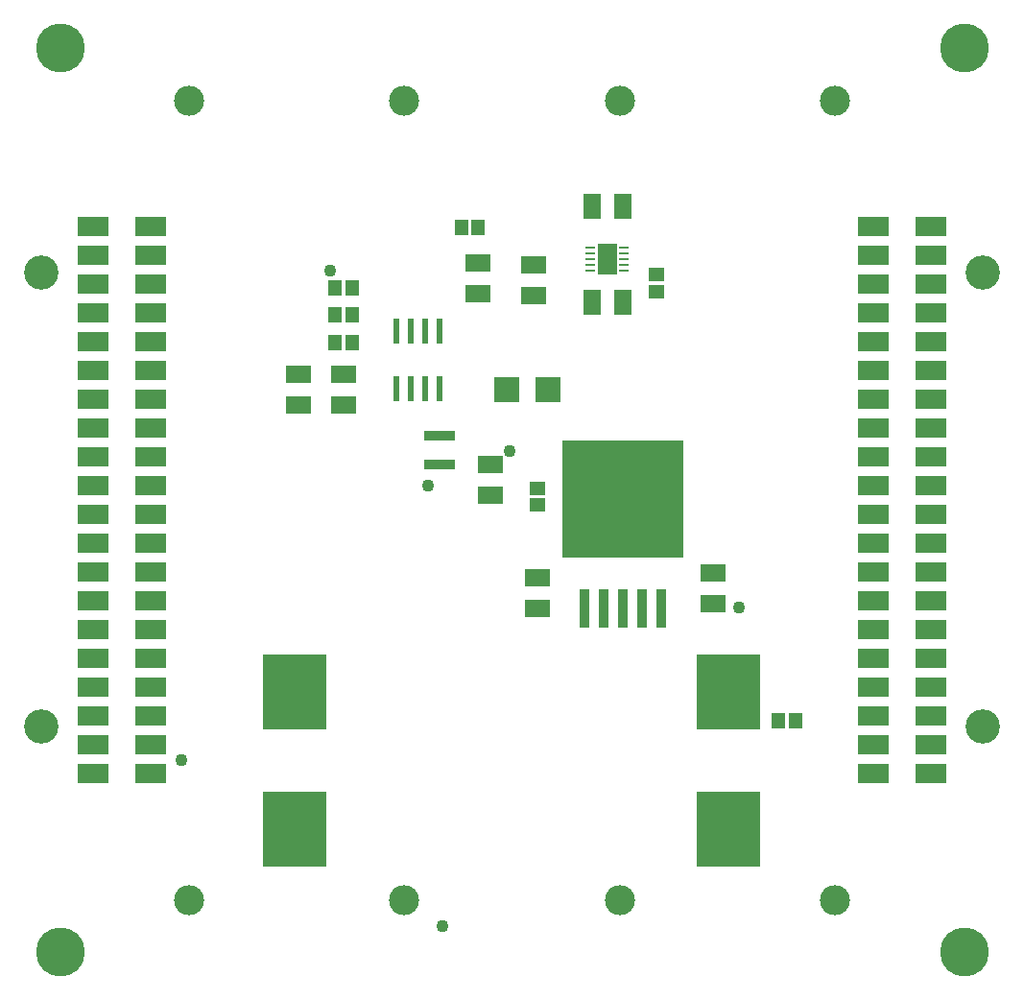
<source format=gbs>
G04*
G04 #@! TF.GenerationSoftware,Altium Limited,Altium Designer,21.6.1 (37)*
G04*
G04 Layer_Color=16711935*
%FSLAX25Y25*%
%MOIN*%
G70*
G04*
G04 #@! TF.SameCoordinates,C516AF74-9130-49D1-8B6C-B0EE44DE5DC1*
G04*
G04*
G04 #@! TF.FilePolarity,Negative*
G04*
G01*
G75*
%ADD13R,0.04756X0.05543*%
%ADD15C,0.10445*%
%ADD16C,0.17000*%
%ADD17C,0.11900*%
%ADD18C,0.04300*%
%ADD28R,0.02100X0.09000*%
%ADD31R,0.10600X0.03350*%
%ADD32R,0.08584X0.08701*%
%ADD33R,0.03200X0.01000*%
%ADD34R,0.42200X0.40800*%
%ADD35R,0.03800X0.13800*%
%ADD36R,0.06900X0.10630*%
%ADD37R,0.08693X0.06331*%
%ADD38R,0.11016X0.07000*%
%ADD39R,0.11646X0.13614*%
%ADD40R,0.05543X0.04756*%
%ADD41R,0.06331X0.08693*%
D13*
X-60152Y-253834D02*
D03*
X-54247D02*
D03*
X-214108Y-122437D02*
D03*
X-208203D02*
D03*
X-214108Y-113038D02*
D03*
X-208203D02*
D03*
Y-103586D02*
D03*
X-170254Y-82699D02*
D03*
X-164348D02*
D03*
X-214108Y-103586D02*
D03*
D15*
X-264803Y-38480D02*
D03*
X-40393Y-316195D02*
D03*
X-115196D02*
D03*
X-264803D02*
D03*
X-115197Y-38480D02*
D03*
X-40394D02*
D03*
X-189999Y-316195D02*
D03*
X-190000Y-38480D02*
D03*
D16*
X4385Y-334126D02*
D03*
X-309602D02*
D03*
X4385Y-20200D02*
D03*
X-309602D02*
D03*
D17*
X10823Y-255938D02*
D03*
Y-98400D02*
D03*
X-316041Y-255938D02*
D03*
X-316041Y-98400D02*
D03*
D18*
X-181751Y-172121D02*
D03*
X-215880Y-97485D02*
D03*
X-153501Y-160337D02*
D03*
X-73801Y-214645D02*
D03*
X-176671Y-325337D02*
D03*
X-267301Y-267437D02*
D03*
D28*
X-177701Y-138526D02*
D03*
X-182701D02*
D03*
X-187701D02*
D03*
X-192701D02*
D03*
Y-118726D02*
D03*
X-187701D02*
D03*
X-182701D02*
D03*
X-177701D02*
D03*
D31*
Y-154787D02*
D03*
Y-164837D02*
D03*
D32*
X-139970Y-138919D02*
D03*
X-154593D02*
D03*
D33*
X-113729Y-97485D02*
D03*
Y-95516D02*
D03*
Y-93547D02*
D03*
Y-91578D02*
D03*
Y-89609D02*
D03*
X-125329Y-97485D02*
D03*
Y-95516D02*
D03*
Y-93547D02*
D03*
Y-91578D02*
D03*
Y-89609D02*
D03*
D34*
X-114214Y-176845D02*
D03*
D35*
Y-214845D02*
D03*
X-120907D02*
D03*
X-127600D02*
D03*
X-100829D02*
D03*
X-107521D02*
D03*
D36*
X-119529Y-93547D02*
D03*
D37*
X-160285Y-164837D02*
D03*
Y-175467D02*
D03*
X-226701Y-133604D02*
D03*
Y-144234D02*
D03*
X-211155Y-133604D02*
D03*
Y-144234D02*
D03*
X-82916Y-202637D02*
D03*
X-145001Y-106145D02*
D03*
X-164348Y-105555D02*
D03*
X-143706Y-214842D02*
D03*
X-164348Y-94925D02*
D03*
X-145001Y-95515D02*
D03*
X-143706Y-204212D02*
D03*
X-82916Y-213267D02*
D03*
D38*
X-7155Y-162170D02*
D03*
Y-122170D02*
D03*
Y-142170D02*
D03*
Y-152170D02*
D03*
Y-132170D02*
D03*
Y-212170D02*
D03*
Y-172170D02*
D03*
Y-182170D02*
D03*
X-27037D02*
D03*
X-7155Y-202170D02*
D03*
Y-192170D02*
D03*
X-27037Y-142170D02*
D03*
Y-152170D02*
D03*
Y-132170D02*
D03*
Y-162170D02*
D03*
Y-172170D02*
D03*
Y-192170D02*
D03*
Y-202170D02*
D03*
Y-212170D02*
D03*
X-7155Y-242170D02*
D03*
Y-222170D02*
D03*
X-27037Y-232170D02*
D03*
Y-222170D02*
D03*
X-7155Y-232170D02*
D03*
X-27037Y-252170D02*
D03*
Y-242170D02*
D03*
X-7155Y-272170D02*
D03*
Y-252170D02*
D03*
Y-262170D02*
D03*
X-27037D02*
D03*
Y-272170D02*
D03*
Y-122170D02*
D03*
X-7155Y-112170D02*
D03*
X-27037D02*
D03*
X-7155Y-102170D02*
D03*
X-27037D02*
D03*
X-7155Y-92170D02*
D03*
X-27037D02*
D03*
X-7155Y-82170D02*
D03*
X-27037D02*
D03*
X-298063D02*
D03*
X-278181D02*
D03*
X-298063Y-92170D02*
D03*
X-278181D02*
D03*
X-298063Y-102170D02*
D03*
X-278181D02*
D03*
X-298063Y-112170D02*
D03*
X-278181D02*
D03*
X-298063Y-122170D02*
D03*
X-278181Y-272170D02*
D03*
X-298063Y-262170D02*
D03*
Y-272170D02*
D03*
Y-252170D02*
D03*
Y-232170D02*
D03*
Y-242170D02*
D03*
Y-222170D02*
D03*
Y-212170D02*
D03*
X-278181Y-262170D02*
D03*
Y-252170D02*
D03*
Y-242170D02*
D03*
Y-232170D02*
D03*
Y-202170D02*
D03*
Y-222170D02*
D03*
Y-212170D02*
D03*
X-298063Y-192170D02*
D03*
Y-202170D02*
D03*
Y-162170D02*
D03*
Y-182170D02*
D03*
Y-172170D02*
D03*
Y-152170D02*
D03*
Y-142170D02*
D03*
Y-132170D02*
D03*
X-278181Y-182170D02*
D03*
Y-192170D02*
D03*
Y-172170D02*
D03*
Y-162170D02*
D03*
Y-132170D02*
D03*
Y-152170D02*
D03*
Y-142170D02*
D03*
Y-122170D02*
D03*
D39*
X-233316Y-297937D02*
D03*
X-222686D02*
D03*
X-233316Y-285338D02*
D03*
X-222686D02*
D03*
X-233316Y-250137D02*
D03*
X-222686Y-237538D02*
D03*
Y-250137D02*
D03*
X-233316Y-237538D02*
D03*
X-82756Y-250137D02*
D03*
X-72126Y-237538D02*
D03*
Y-250137D02*
D03*
X-82756Y-237538D02*
D03*
X-82916Y-297937D02*
D03*
X-72286Y-285338D02*
D03*
Y-297937D02*
D03*
X-82916Y-285338D02*
D03*
D40*
X-102601Y-99059D02*
D03*
Y-104964D02*
D03*
X-143701Y-173137D02*
D03*
Y-179043D02*
D03*
D41*
X-114214Y-75078D02*
D03*
X-124844D02*
D03*
Y-108704D02*
D03*
X-114214D02*
D03*
M02*

</source>
